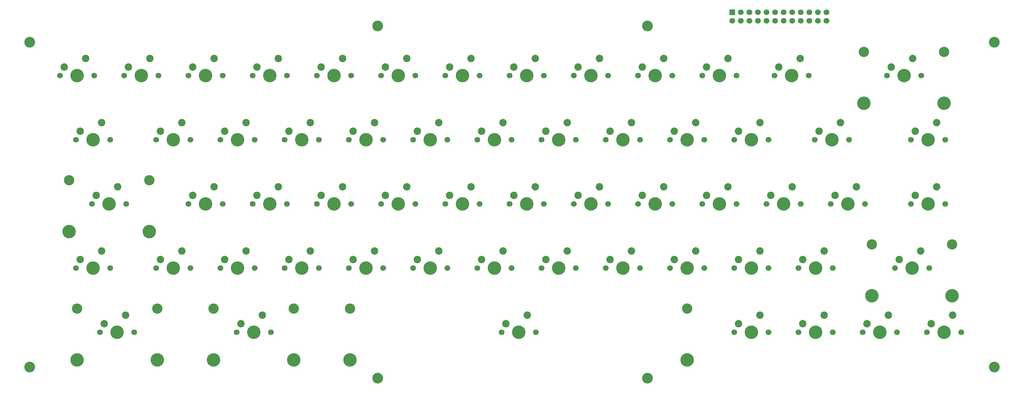
<source format=gbr>
%TF.GenerationSoftware,KiCad,Pcbnew,7.0.1*%
%TF.CreationDate,2023-10-19T22:58:34+03:00*%
%TF.ProjectId,keyboard_cherry,6b657962-6f61-4726-945f-636865727279,rev?*%
%TF.SameCoordinates,Original*%
%TF.FileFunction,Soldermask,Top*%
%TF.FilePolarity,Negative*%
%FSLAX46Y46*%
G04 Gerber Fmt 4.6, Leading zero omitted, Abs format (unit mm)*
G04 Created by KiCad (PCBNEW 7.0.1) date 2023-10-19 22:58:34*
%MOMM*%
%LPD*%
G01*
G04 APERTURE LIST*
G04 Aperture macros list*
%AMRoundRect*
0 Rectangle with rounded corners*
0 $1 Rounding radius*
0 $2 $3 $4 $5 $6 $7 $8 $9 X,Y pos of 4 corners*
0 Add a 4 corners polygon primitive as box body*
4,1,4,$2,$3,$4,$5,$6,$7,$8,$9,$2,$3,0*
0 Add four circle primitives for the rounded corners*
1,1,$1+$1,$2,$3*
1,1,$1+$1,$4,$5*
1,1,$1+$1,$6,$7*
1,1,$1+$1,$8,$9*
0 Add four rect primitives between the rounded corners*
20,1,$1+$1,$2,$3,$4,$5,0*
20,1,$1+$1,$4,$5,$6,$7,0*
20,1,$1+$1,$6,$7,$8,$9,0*
20,1,$1+$1,$8,$9,$2,$3,0*%
G04 Aperture macros list end*
%ADD10RoundRect,0.250000X0.600000X-0.600000X0.600000X0.600000X-0.600000X0.600000X-0.600000X-0.600000X0*%
%ADD11C,1.700000*%
%ADD12C,3.200000*%
%ADD13C,4.000000*%
%ADD14C,2.200000*%
%ADD15C,3.050000*%
G04 APERTURE END LIST*
D10*
%TO.C,J1*%
X211750000Y-4590000D03*
D11*
X211750000Y-7130000D03*
X214290000Y-4590000D03*
X214290000Y-7130000D03*
X216830000Y-4590000D03*
X216830000Y-7130000D03*
X219370000Y-4590000D03*
X219370000Y-7130000D03*
X221910000Y-4590000D03*
X221910000Y-7130000D03*
X224450000Y-4590000D03*
X224450000Y-7130000D03*
X226990000Y-4590000D03*
X226990000Y-7130000D03*
X229530000Y-4590000D03*
X229530000Y-7130000D03*
X232070000Y-4590000D03*
X232070000Y-7130000D03*
X234610000Y-4590000D03*
X234610000Y-7130000D03*
X237150000Y-4590000D03*
X237150000Y-7130000D03*
X239690000Y-4590000D03*
X239690000Y-7130000D03*
%TD*%
D12*
%TO.C,H8*%
X289493300Y-109960200D03*
%TD*%
%TO.C,H7*%
X186628000Y-113259100D03*
%TD*%
D11*
%TO.C,SW21*%
X155247900Y-42430000D03*
D13*
X160327900Y-42430000D03*
D11*
X165407900Y-42430000D03*
D14*
X162867900Y-37350000D03*
X156517900Y-39890000D03*
%TD*%
D11*
%TO.C,SW59*%
X269547900Y-99580000D03*
D13*
X274627900Y-99580000D03*
D11*
X279707900Y-99580000D03*
D14*
X277167900Y-94500000D03*
X270817900Y-97040000D03*
%TD*%
D11*
%TO.C,SW33*%
X145722900Y-61480000D03*
D13*
X150802900Y-61480000D03*
D11*
X155882900Y-61480000D03*
D14*
X153342900Y-56400000D03*
X146992900Y-58940000D03*
%TD*%
D12*
%TO.C,H2*%
X106637600Y-8700200D03*
%TD*%
D11*
%TO.C,SW60*%
X224304200Y-23380000D03*
D13*
X229384200Y-23380000D03*
D11*
X234464200Y-23380000D03*
D14*
X231924200Y-18300000D03*
X225574200Y-20840000D03*
%TD*%
D11*
%TO.C,SW2*%
X264785400Y-42430000D03*
D13*
X269865400Y-42430000D03*
D11*
X274945400Y-42430000D03*
D14*
X272405400Y-37350000D03*
X266055400Y-39890000D03*
%TD*%
D11*
%TO.C,SW23*%
X193347900Y-42430000D03*
D13*
X198427900Y-42430000D03*
D11*
X203507900Y-42430000D03*
D14*
X200967900Y-37350000D03*
X194617900Y-39890000D03*
%TD*%
D15*
%TO.C,SW25*%
X57940400Y-92580000D03*
D13*
X57940400Y-107820000D03*
D11*
X64760400Y-99580000D03*
D13*
X69840400Y-99580000D03*
D11*
X74920400Y-99580000D03*
D15*
X81740400Y-92580000D03*
D13*
X81740400Y-107820000D03*
D14*
X72380400Y-94500000D03*
X66030400Y-97040000D03*
%TD*%
D11*
%TO.C,SW46*%
X174297900Y-80530000D03*
D13*
X179377900Y-80530000D03*
D11*
X184457900Y-80530000D03*
D14*
X181917900Y-75450000D03*
X175567900Y-77990000D03*
%TD*%
D11*
%TO.C,SW29*%
X69522900Y-61480000D03*
D13*
X74602900Y-61480000D03*
D11*
X79682900Y-61480000D03*
D14*
X77142900Y-56400000D03*
X70792900Y-58940000D03*
%TD*%
D11*
%TO.C,SW32*%
X126672900Y-61480000D03*
D13*
X131752900Y-61480000D03*
D11*
X136832900Y-61480000D03*
D14*
X134292900Y-56400000D03*
X127942900Y-58940000D03*
%TD*%
D11*
%TO.C,SW17*%
X79047900Y-42430000D03*
D13*
X84127900Y-42430000D03*
D11*
X89207900Y-42430000D03*
D14*
X86667900Y-37350000D03*
X80317900Y-39890000D03*
%TD*%
D15*
%TO.C,SW49*%
X17459200Y-92580000D03*
D13*
X17459200Y-107820000D03*
D11*
X24279200Y-99580000D03*
D13*
X29359200Y-99580000D03*
D11*
X34439200Y-99580000D03*
D15*
X41259200Y-92580000D03*
D13*
X41259200Y-107820000D03*
D14*
X31899200Y-94500000D03*
X25549200Y-97040000D03*
%TD*%
D11*
%TO.C,SW37*%
X264785400Y-61480000D03*
D13*
X269865400Y-61480000D03*
D11*
X274945400Y-61480000D03*
D14*
X272405400Y-56400000D03*
X266055400Y-58940000D03*
%TD*%
D11*
%TO.C,SW13*%
X12372900Y-23380000D03*
D13*
X17452900Y-23380000D03*
D11*
X22532900Y-23380000D03*
D14*
X19992900Y-18300000D03*
X13642900Y-20840000D03*
%TD*%
D11*
%TO.C,SW39*%
X40947900Y-80530000D03*
D13*
X46027900Y-80530000D03*
D11*
X51107900Y-80530000D03*
D14*
X48567900Y-75450000D03*
X42217900Y-77990000D03*
%TD*%
D11*
%TO.C,SW19*%
X117147900Y-42430000D03*
D13*
X122227900Y-42430000D03*
D11*
X127307900Y-42430000D03*
D14*
X124767900Y-37350000D03*
X118417900Y-39890000D03*
%TD*%
D12*
%TO.C,H5*%
X3440800Y-109960200D03*
%TD*%
D11*
%TO.C,SW28*%
X50472900Y-61480000D03*
D13*
X55552900Y-61480000D03*
D11*
X60632900Y-61480000D03*
D14*
X58092900Y-56400000D03*
X51742900Y-58940000D03*
%TD*%
D11*
%TO.C,SW24*%
X212397900Y-42430000D03*
D13*
X217477900Y-42430000D03*
D11*
X222557900Y-42430000D03*
D14*
X220017900Y-37350000D03*
X213667900Y-39890000D03*
%TD*%
D11*
%TO.C,SW9*%
X145722900Y-23380000D03*
D13*
X150802900Y-23380000D03*
D11*
X155882900Y-23380000D03*
D14*
X153342900Y-18300000D03*
X146992900Y-20840000D03*
%TD*%
D11*
%TO.C,SW34*%
X164772900Y-61480000D03*
D13*
X169852900Y-61480000D03*
D11*
X174932900Y-61480000D03*
D14*
X172392900Y-56400000D03*
X166042900Y-58940000D03*
%TD*%
D11*
%TO.C,SW6*%
X88572900Y-23380000D03*
D13*
X93652900Y-23380000D03*
D11*
X98732900Y-23380000D03*
D14*
X96192900Y-18300000D03*
X89842900Y-20840000D03*
%TD*%
D11*
%TO.C,SW12*%
X202872900Y-23380000D03*
D13*
X207952900Y-23380000D03*
D11*
X213032900Y-23380000D03*
D14*
X210492900Y-18300000D03*
X204142900Y-20840000D03*
%TD*%
D11*
%TO.C,SW22*%
X174297900Y-42430000D03*
D13*
X179377900Y-42430000D03*
D11*
X184457900Y-42430000D03*
D14*
X181917900Y-37350000D03*
X175567900Y-39890000D03*
%TD*%
D11*
%TO.C,SW45*%
X155247900Y-80530000D03*
D13*
X160327900Y-80530000D03*
D11*
X165407900Y-80530000D03*
D14*
X162867900Y-75450000D03*
X156517900Y-77990000D03*
%TD*%
D11*
%TO.C,SW57*%
X231447900Y-99580000D03*
D13*
X236527900Y-99580000D03*
D11*
X241607900Y-99580000D03*
D14*
X239067900Y-94500000D03*
X232717900Y-97040000D03*
%TD*%
D11*
%TO.C,SW58*%
X193347900Y-80530000D03*
D13*
X198427900Y-80530000D03*
D11*
X203507900Y-80530000D03*
D14*
X200967900Y-75450000D03*
X194617900Y-77990000D03*
%TD*%
D11*
%TO.C,SW41*%
X79047900Y-80530000D03*
D13*
X84127900Y-80530000D03*
D11*
X89207900Y-80530000D03*
D14*
X86667900Y-75450000D03*
X80317900Y-77990000D03*
%TD*%
D11*
%TO.C,SW51*%
X240972900Y-61480000D03*
D13*
X246052900Y-61480000D03*
D11*
X251132900Y-61480000D03*
D14*
X248592900Y-56400000D03*
X242242900Y-58940000D03*
%TD*%
D11*
%TO.C,SW36*%
X202872900Y-61480000D03*
D13*
X207952900Y-61480000D03*
D11*
X213032900Y-61480000D03*
D14*
X210492900Y-56400000D03*
X204142900Y-58940000D03*
%TD*%
D15*
%TO.C,SW48*%
X253202900Y-73530000D03*
D13*
X253202900Y-88770000D03*
D11*
X260022900Y-80530000D03*
D13*
X265102900Y-80530000D03*
D11*
X270182900Y-80530000D03*
D15*
X277002900Y-73530000D03*
D13*
X277002900Y-88770000D03*
D14*
X267642900Y-75450000D03*
X261292900Y-77990000D03*
%TD*%
D11*
%TO.C,SW10*%
X164772900Y-23380000D03*
D13*
X169852900Y-23380000D03*
D11*
X174932900Y-23380000D03*
D14*
X172392900Y-18300000D03*
X166042900Y-20840000D03*
%TD*%
D11*
%TO.C,SW4*%
X50472900Y-23380000D03*
D13*
X55552900Y-23380000D03*
D11*
X60632900Y-23380000D03*
D14*
X58092900Y-18300000D03*
X51742900Y-20840000D03*
%TD*%
D11*
%TO.C,SW31*%
X107622900Y-61480000D03*
D13*
X112702900Y-61480000D03*
D11*
X117782900Y-61480000D03*
D14*
X115242900Y-56400000D03*
X108892900Y-58940000D03*
%TD*%
D11*
%TO.C,SW5*%
X69522900Y-23380000D03*
D13*
X74602900Y-23380000D03*
D11*
X79682900Y-23380000D03*
D14*
X77142900Y-18300000D03*
X70792900Y-20840000D03*
%TD*%
D11*
%TO.C,SW1*%
X236210400Y-42430000D03*
D13*
X241290400Y-42430000D03*
D11*
X246370400Y-42430000D03*
D14*
X243830400Y-37350000D03*
X237480400Y-39890000D03*
%TD*%
D12*
%TO.C,H1*%
X3440800Y-13460200D03*
%TD*%
D11*
%TO.C,SW7*%
X107622900Y-23380000D03*
D13*
X112702900Y-23380000D03*
D11*
X117782900Y-23380000D03*
D14*
X115242900Y-18300000D03*
X108892900Y-20840000D03*
%TD*%
D11*
%TO.C,SW53*%
X250497900Y-99580000D03*
D13*
X255577900Y-99580000D03*
D11*
X260657900Y-99580000D03*
D14*
X258117900Y-94500000D03*
X251767900Y-97040000D03*
%TD*%
D11*
%TO.C,SW56*%
X231447900Y-80530000D03*
D13*
X236527900Y-80530000D03*
D11*
X241607900Y-80530000D03*
D14*
X239067900Y-75450000D03*
X232717900Y-77990000D03*
%TD*%
D11*
%TO.C,SW16*%
X59997900Y-42430000D03*
D13*
X65077900Y-42430000D03*
D11*
X70157900Y-42430000D03*
D14*
X67617900Y-37350000D03*
X61267900Y-39890000D03*
%TD*%
D11*
%TO.C,SW40*%
X59997900Y-80530000D03*
D13*
X65077900Y-80530000D03*
D11*
X70157900Y-80530000D03*
D14*
X67617900Y-75450000D03*
X61267900Y-77990000D03*
%TD*%
D11*
%TO.C,SW18*%
X98097900Y-42430000D03*
D13*
X103177900Y-42430000D03*
D11*
X108257900Y-42430000D03*
D14*
X105717900Y-37350000D03*
X99367900Y-39890000D03*
%TD*%
D11*
%TO.C,SW42*%
X98097900Y-80530000D03*
D13*
X103177900Y-80530000D03*
D11*
X108257900Y-80530000D03*
D14*
X105717900Y-75450000D03*
X99367900Y-77990000D03*
%TD*%
D15*
%TO.C,SW54*%
X98421700Y-92580000D03*
D13*
X98421700Y-107820000D03*
D11*
X143341700Y-99580000D03*
D13*
X148421700Y-99580000D03*
D11*
X153501700Y-99580000D03*
D15*
X198421700Y-92580000D03*
D13*
X198421700Y-107820000D03*
D14*
X150961700Y-94500000D03*
X144611700Y-97040000D03*
%TD*%
D11*
%TO.C,SW52*%
X212397900Y-99580000D03*
D13*
X217477900Y-99580000D03*
D11*
X222557900Y-99580000D03*
D14*
X220017900Y-94500000D03*
X213667900Y-97040000D03*
%TD*%
D11*
%TO.C,SW43*%
X117147900Y-80530000D03*
D13*
X122227900Y-80530000D03*
D11*
X127307900Y-80530000D03*
D14*
X124767900Y-75450000D03*
X118417900Y-77990000D03*
%TD*%
D11*
%TO.C,SW27*%
X17135400Y-42430000D03*
D13*
X22215400Y-42430000D03*
D11*
X27295400Y-42430000D03*
D14*
X24755400Y-37350000D03*
X18405400Y-39890000D03*
%TD*%
D15*
%TO.C,SW26*%
X15077900Y-54480000D03*
D13*
X15077900Y-69720000D03*
D11*
X21897900Y-61480000D03*
D13*
X26977900Y-61480000D03*
D11*
X32057900Y-61480000D03*
D15*
X38877900Y-54480000D03*
D13*
X38877900Y-69720000D03*
D14*
X29517900Y-56400000D03*
X23167900Y-58940000D03*
%TD*%
D11*
%TO.C,SW44*%
X136197900Y-80530000D03*
D13*
X141277900Y-80530000D03*
D11*
X146357900Y-80530000D03*
D14*
X143817900Y-75450000D03*
X137467900Y-77990000D03*
%TD*%
D11*
%TO.C,SW47*%
X212397900Y-80530000D03*
D13*
X217477900Y-80530000D03*
D11*
X222557900Y-80530000D03*
D14*
X220017900Y-75450000D03*
X213667900Y-77990000D03*
%TD*%
D11*
%TO.C,SW15*%
X40947900Y-42430000D03*
D13*
X46027900Y-42430000D03*
D11*
X51107900Y-42430000D03*
D14*
X48567900Y-37350000D03*
X42217900Y-39890000D03*
%TD*%
D11*
%TO.C,SW35*%
X183822900Y-61480000D03*
D13*
X188902900Y-61480000D03*
D11*
X193982900Y-61480000D03*
D14*
X191442900Y-56400000D03*
X185092900Y-58940000D03*
%TD*%
D11*
%TO.C,SW3*%
X31422900Y-23380000D03*
D13*
X36502900Y-23380000D03*
D11*
X41582900Y-23380000D03*
D14*
X39042900Y-18300000D03*
X32692900Y-20840000D03*
%TD*%
D11*
%TO.C,SW11*%
X183822900Y-23380000D03*
D13*
X188902900Y-23380000D03*
D11*
X193982900Y-23380000D03*
D14*
X191442900Y-18300000D03*
X185092900Y-20840000D03*
%TD*%
D11*
%TO.C,SW38*%
X17135400Y-80530000D03*
D13*
X22215400Y-80530000D03*
D11*
X27295400Y-80530000D03*
D14*
X24755400Y-75450000D03*
X18405400Y-77990000D03*
%TD*%
D11*
%TO.C,SW30*%
X88572900Y-61480000D03*
D13*
X93652900Y-61480000D03*
D11*
X98732900Y-61480000D03*
D14*
X96192900Y-56400000D03*
X89842900Y-58940000D03*
%TD*%
D11*
%TO.C,SW50*%
X221922900Y-61480000D03*
D13*
X227002900Y-61480000D03*
D11*
X232082900Y-61480000D03*
D14*
X229542900Y-56400000D03*
X223192900Y-58940000D03*
%TD*%
D12*
%TO.C,H4*%
X289493300Y-13460200D03*
%TD*%
D15*
%TO.C,SW14*%
X250821700Y-16380000D03*
D13*
X250821700Y-31620000D03*
D11*
X257641700Y-23380000D03*
D13*
X262721700Y-23380000D03*
D11*
X267801700Y-23380000D03*
D15*
X274621700Y-16380000D03*
D13*
X274621700Y-31620000D03*
D14*
X265261700Y-18300000D03*
X258911700Y-20840000D03*
%TD*%
D11*
%TO.C,SW8*%
X126672900Y-23380000D03*
D13*
X131752900Y-23380000D03*
D11*
X136832900Y-23380000D03*
D14*
X134292900Y-18300000D03*
X127942900Y-20840000D03*
%TD*%
D12*
%TO.C,H6*%
X106637600Y-113259100D03*
%TD*%
%TO.C,H3*%
X186628000Y-8700200D03*
%TD*%
D11*
%TO.C,SW20*%
X136197900Y-42430000D03*
D13*
X141277900Y-42430000D03*
D11*
X146357900Y-42430000D03*
D14*
X143817900Y-37350000D03*
X137467900Y-39890000D03*
%TD*%
M02*

</source>
